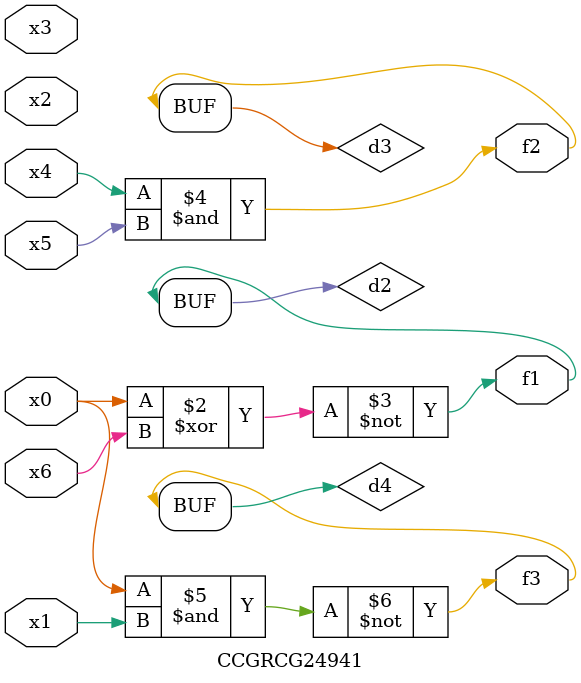
<source format=v>
module CCGRCG24941(
	input x0, x1, x2, x3, x4, x5, x6,
	output f1, f2, f3
);

	wire d1, d2, d3, d4;

	nor (d1, x0);
	xnor (d2, x0, x6);
	and (d3, x4, x5);
	nand (d4, x0, x1);
	assign f1 = d2;
	assign f2 = d3;
	assign f3 = d4;
endmodule

</source>
